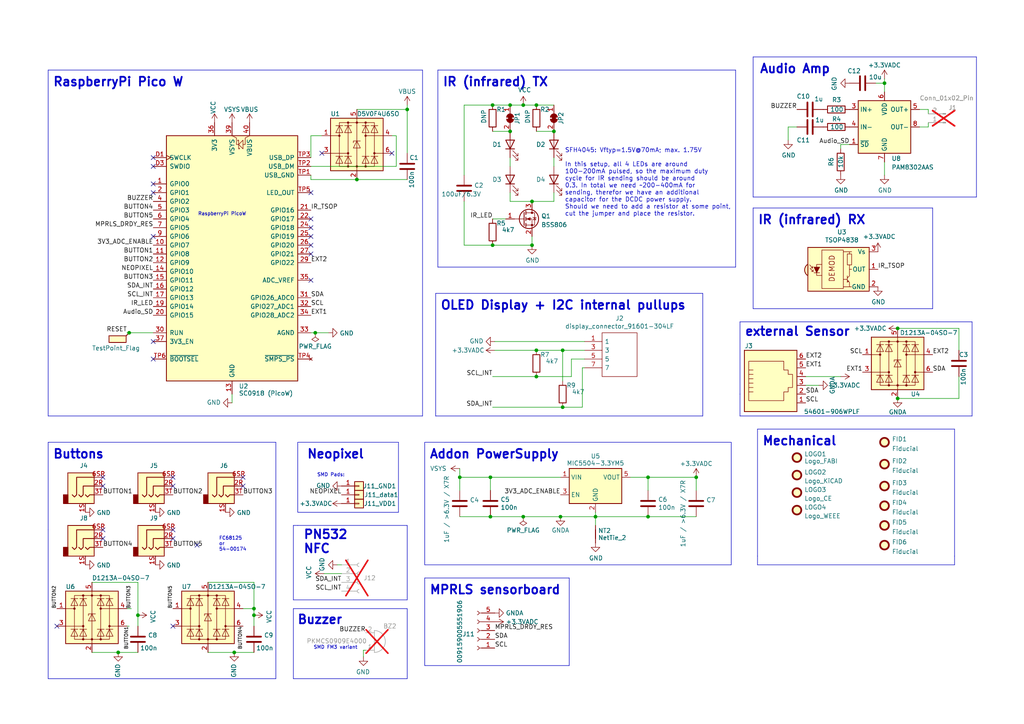
<source format=kicad_sch>
(kicad_sch (version 20231120) (generator "eeschema") (generator_version "8.0")
  (paper "A4")
  (title_block (title "FABI3 PCB (PicoW) with 5 jack plugs") (date "2023-08-23") (rev "v3.1") (company "AsTeRICS Foundation") (comment 1 "www.asterics-foundation.org") (comment 2 "Benjamin Aigner"))
  (junction (at 133.35 138.43))
  (junction (at 67.945 189.23))
  (junction (at 151.765 149.86))
  (junction (at 162.56 149.86))
  (junction (at 260.35 115.57))
  (junction (at 118.11 31.75))
  (junction (at 73.66 178.435))
  (junction (at 163.195 101.6))
  (junction (at 142.875 71.12))
  (junction (at 147.955 30.48))
  (junction (at 73.66 176.53))
  (junction (at 142.875 30.48))
  (junction (at 256.54 24.13))
  (junction (at 91.44 96.52))
  (junction (at 187.96 138.43))
  (junction (at 155.575 101.6))
  (junction (at 142.24 138.43))
  (junction (at 142.24 149.86))
  (junction (at 155.575 109.22))
  (junction (at 155.575 30.48))
  (junction (at 103.505 52.07))
  (junction (at 187.96 149.86))
  (junction (at 160.655 38.1))
  (junction (at 154.305 58.42))
  (junction (at 154.305 71.12))
  (junction (at 40.005 178.435))
  (junction (at 163.195 118.11))
  (junction (at 260.35 95.25))
  (junction (at 147.955 38.1))
  (junction (at 37.465 96.52))
  (junction (at 34.29 189.23))
  (junction (at 201.93 138.43))
  (junction (at 172.72 149.86))
  (junction (at 151.765 30.48))
  (no_connect (at 50.165 181.61))
  (no_connect (at 50.165 153.67))
  (no_connect (at 50.165 140.97))
  (no_connect (at 70.485 138.43))
  (no_connect (at 90.17 63.5))
  (no_connect (at 29.845 140.97))
  (no_connect (at 29.845 156.21))
  (no_connect (at 57.15 158.115))
  (no_connect (at 44.45 55.88))
  (no_connect (at 90.17 71.12))
  (no_connect (at 44.45 48.26))
  (no_connect (at 93.345 44.45))
  (no_connect (at 44.45 99.06))
  (no_connect (at 29.845 153.67))
  (no_connect (at 90.17 68.58))
  (no_connect (at 90.17 81.28))
  (no_connect (at 70.485 140.97))
  (no_connect (at 90.17 73.66))
  (no_connect (at 50.165 138.43))
  (no_connect (at 44.45 68.58))
  (no_connect (at 44.45 45.72))
  (no_connect (at 44.45 104.14))
  (no_connect (at 44.45 53.34))
  (no_connect (at 29.845 138.43))
  (no_connect (at 90.17 55.88))
  (no_connect (at 90.17 66.04))
  (no_connect (at 16.51 181.61))
  (no_connect (at 113.665 44.45))
  (no_connect (at 50.165 156.21))
  (wire (pts (xy 133.35 135.89) (xy 133.35 138.43)))
  (polyline (pts (xy 218.44 16.51) (xy 218.44 57.15)))
  (polyline (pts (xy 13.97 20.32) (xy 122.555 20.32)))
  (polyline (pts (xy 86.36 128.27) (xy 115.57 128.27)))
  (wire (pts (xy 133.35 149.86) (xy 142.24 149.86)))
  (polyline (pts (xy 219.71 124.46) (xy 276.86 124.46)))
  (wire (pts (xy 269.24 36.83) (xy 269.24 35.56)))
  (wire (pts (xy 67.31 114.3) (xy 67.31 116.84)))
  (wire (pts (xy 201.93 138.43) (xy 201.93 142.24)))
  (wire (pts (xy 154.305 58.42) (xy 160.655 58.42)))
  (wire (pts (xy 278.13 101.6) (xy 278.13 95.25)))
  (wire (pts (xy 142.875 109.22) (xy 155.575 109.22)))
  (wire (pts (xy 90.17 39.37) (xy 93.345 39.37)))
  (polyline (pts (xy 127 20.32) (xy 213.36 20.32)))
  (polyline (pts (xy 118.11 176.53) (xy 118.11 196.85)))
  (polyline (pts (xy 118.11 173.99) (xy 85.09 173.99)))
  (wire (pts (xy 155.575 30.48) (xy 160.655 30.48)))
  (wire (pts (xy 90.17 50.8) (xy 90.17 52.07)))
  (wire (pts (xy 256.54 24.13) (xy 256.54 26.67)))
  (polyline (pts (xy 118.11 152.4) (xy 118.11 173.99)))
  (wire (pts (xy 26.67 168.91) (xy 40.005 168.91)))
  (polyline (pts (xy 118.11 196.85) (xy 85.09 196.85)))
  (wire (pts (xy 168.91 106.68) (xy 169.545 106.68)))
  (polyline (pts (xy 203.835 120.65) (xy 203.835 85.09)))
  (wire (pts (xy 133.35 138.43) (xy 133.35 142.24)))
  (wire (pts (xy 162.56 149.86) (xy 172.72 149.86)))
  (wire (pts (xy 243.84 41.91) (xy 243.84 43.18)))
  (wire (pts (xy 99.06 166.37) (xy 93.98 166.37)))
  (polyline (pts (xy 86.36 152.4) (xy 118.11 152.4)))
  (polyline (pts (xy 13.97 153.67) (xy 13.97 196.85)))
  (wire (pts (xy 163.195 101.6) (xy 163.195 110.49)))
  (wire (pts (xy 278.13 115.57) (xy 260.35 115.57)))
  (wire (pts (xy 256.54 50.8) (xy 256.54 46.99)))
  (wire (pts (xy 142.875 30.48) (xy 147.955 30.48)))
  (wire (pts (xy 26.67 189.23) (xy 34.29 189.23)))
  (polyline (pts (xy 271.78 93.345) (xy 214.63 93.345)))
  (polyline (pts (xy 218.44 57.15) (xy 283.21 57.15)))
  (wire (pts (xy 90.17 45.72) (xy 90.17 39.37)))
  (wire (pts (xy 172.72 149.86) (xy 172.72 152.4)))
  (wire (pts (xy 105.41 188.595) (xy 106.045 188.595)))
  (polyline (pts (xy 85.09 173.99) (xy 85.09 152.4)))
  (polyline (pts (xy 13.97 120.65) (xy 122.555 120.65)))
  (wire (pts (xy 160.655 58.42) (xy 160.655 55.88)))
  (wire (pts (xy 266.7 31.75) (xy 269.24 31.75)))
  (wire (pts (xy 134.62 71.12) (xy 142.875 71.12)))
  (wire (pts (xy 147.955 58.42) (xy 154.305 58.42)))
  (wire (pts (xy 266.7 36.83) (xy 269.24 36.83)))
  (wire (pts (xy 142.875 118.11) (xy 163.195 118.11)))
  (wire (pts (xy 187.96 138.43) (xy 201.93 138.43)))
  (polyline (pts (xy 219.71 161.29) (xy 219.71 161.29)))
  (wire (pts (xy 187.96 149.86) (xy 201.93 149.86)))
  (wire (pts (xy 114.935 48.26) (xy 114.935 39.37)))
  (wire (pts (xy 147.955 55.88) (xy 147.955 58.42)))
  (wire (pts (xy 142.24 149.86) (xy 151.765 149.86)))
  (polyline (pts (xy 123.19 167.64) (xy 165.1 167.64)))
  (wire (pts (xy 142.24 138.43) (xy 133.35 138.43)))
  (wire (pts (xy 60.325 168.91) (xy 73.66 168.91)))
  (polyline (pts (xy 219.71 124.46) (xy 219.71 163.83)))
  (polyline (pts (xy 122.555 20.32) (xy 122.555 120.65)))
  (wire (pts (xy 91.44 96.52) (xy 95.25 96.52)))
  (polyline (pts (xy 123.19 163.83) (xy 212.09 163.83)))
  (wire (pts (xy 163.195 118.11) (xy 168.91 118.11)))
  (wire (pts (xy 103.505 52.07) (xy 118.11 52.07)))
  (wire (pts (xy 114.935 39.37) (xy 113.665 39.37)))
  (wire (pts (xy 169.545 99.06) (xy 143.51 99.06)))
  (polyline (pts (xy 115.57 128.27) (xy 115.57 148.59)))
  (polyline (pts (xy 13.97 128.27) (xy 41.91 128.27)))
  (wire (pts (xy 228.6 36.83) (xy 228.6 40.64)))
  (wire (pts (xy 60.325 189.23) (xy 67.945 189.23)))
  (polyline (pts (xy 80.01 196.85) (xy 80.01 128.27)))
  (polyline (pts (xy 123.19 128.27) (xy 123.19 163.83)))
  (wire (pts (xy 37.465 96.52) (xy 44.45 96.52)))
  (wire (pts (xy 233.68 109.22) (xy 243.84 109.22)))
  (wire (pts (xy 160.655 48.26) (xy 160.655 45.72)))
  (polyline (pts (xy 13.97 120.65) (xy 13.97 20.32)))
  (wire (pts (xy 154.305 71.12) (xy 154.305 68.58)))
  (polyline (pts (xy 85.09 176.53) (xy 118.11 176.53)))
  (polyline (pts (xy 123.19 167.64) (xy 123.19 193.04)))
  (wire (pts (xy 90.17 52.07) (xy 103.505 52.07)))
  (wire (pts (xy 187.96 138.43) (xy 187.96 142.24)))
  (wire (pts (xy 134.62 30.48) (xy 142.875 30.48)))
  (polyline (pts (xy 276.86 124.46) (xy 276.86 161.29)))
  (wire (pts (xy 246.38 41.91) (xy 243.84 41.91)))
  (wire (pts (xy 73.66 168.91) (xy 73.66 176.53)))
  (polyline (pts (xy 213.36 20.32) (xy 213.36 77.47)))
  (polyline (pts (xy 218.44 60.325) (xy 218.44 89.535)))
  (wire (pts (xy 90.17 96.52) (xy 91.44 96.52)))
  (wire (pts (xy 256.54 22.86) (xy 256.54 24.13)))
  (wire (pts (xy 165.735 109.22) (xy 165.735 104.14)))
  (polyline (pts (xy 126.365 120.65) (xy 126.365 120.65)))
  (polyline (pts (xy 13.97 128.27) (xy 13.97 153.67)))
  (wire (pts (xy 233.68 111.76) (xy 237.49 111.76)))
  (wire (pts (xy 142.875 63.5) (xy 146.685 63.5)))
  (wire (pts (xy 143.51 101.6) (xy 155.575 101.6)))
  (wire (pts (xy 67.945 189.23) (xy 73.66 189.23)))
  (wire (pts (xy 155.575 109.22) (xy 165.735 109.22)))
  (wire (pts (xy 40.005 178.435) (xy 40.005 181.61)))
  (polyline (pts (xy 276.86 161.29) (xy 276.86 163.83)))
  (polyline (pts (xy 270.51 89.535) (xy 270.51 60.325)))
  (wire (pts (xy 172.72 149.86) (xy 187.96 149.86)))
  (wire (pts (xy 163.195 101.6) (xy 169.545 101.6)))
  (wire (pts (xy 162.56 138.43) (xy 142.24 138.43)))
  (wire (pts (xy 134.62 58.42) (xy 134.62 71.12)))
  (polyline (pts (xy 115.57 148.59) (xy 86.36 148.59)))
  (wire (pts (xy 142.24 138.43) (xy 142.24 142.24)))
  (polyline (pts (xy 214.63 120.65) (xy 281.94 120.65)))
  (wire (pts (xy 118.11 30.48) (xy 118.11 31.75)))
  (wire (pts (xy 168.91 118.11) (xy 168.91 106.68)))
  (wire (pts (xy 134.62 50.8) (xy 134.62 30.48)))
  (polyline (pts (xy 126.365 85.09) (xy 203.835 85.09)))
  (wire (pts (xy 151.765 30.48) (xy 155.575 30.48)))
  (polyline (pts (xy 281.94 120.65) (xy 281.94 93.345)))
  (polyline (pts (xy 283.21 57.15) (xy 283.21 16.51)))
  (polyline (pts (xy 13.97 196.85) (xy 80.01 196.85)))
  (wire (pts (xy 142.875 38.1) (xy 147.955 38.1)))
  (polyline (pts (xy 214.63 93.345) (xy 214.63 114.3)))
  (polyline (pts (xy 86.36 128.27) (xy 86.36 143.51)))
  (polyline (pts (xy 85.09 152.4) (xy 86.36 152.4)))
  (polyline (pts (xy 123.19 128.27) (xy 212.09 128.27)))
  (polyline (pts (xy 123.19 193.04) (xy 165.1 193.04)))
  (wire (pts (xy 36.83 96.52) (xy 37.465 96.52)))
  (wire (pts (xy 90.17 48.26) (xy 114.935 48.26)))
  (wire (pts (xy 105.41 190.5) (xy 105.41 188.595)))
  (polyline (pts (xy 86.36 143.51) (xy 86.36 148.59)))
  (wire (pts (xy 70.485 176.53) (xy 73.66 176.53)))
  (wire (pts (xy 73.66 178.435) (xy 73.66 181.61)))
  (wire (pts (xy 231.14 36.83) (xy 228.6 36.83)))
  (polyline (pts (xy 85.09 176.53) (xy 85.09 196.85)))
  (wire (pts (xy 254 24.13) (xy 256.54 24.13)))
  (wire (pts (xy 36.83 181.61) (xy 37.465 181.61)))
  (polyline (pts (xy 213.36 77.47) (xy 127 77.47)))
  (polyline (pts (xy 212.09 128.27) (xy 212.09 163.83)))
  (wire (pts (xy 103.505 31.75) (xy 118.11 31.75)))
  (wire (pts (xy 278.13 109.22) (xy 278.13 115.57)))
  (polyline (pts (xy 214.63 114.3) (xy 214.63 120.65)))
  (wire (pts (xy 182.88 138.43) (xy 187.96 138.43)))
  (wire (pts (xy 99.06 163.83) (xy 97.79 163.83)))
  (wire (pts (xy 155.575 38.1) (xy 160.655 38.1)))
  (polyline (pts (xy 218.44 16.51) (xy 283.21 16.51)))
  (wire (pts (xy 269.24 31.75) (xy 269.24 33.02)))
  (wire (pts (xy 73.66 176.53) (xy 73.66 178.435)))
  (polyline (pts (xy 276.86 163.83) (xy 219.71 163.83)))
  (polyline (pts (xy 127 77.47) (xy 127 20.32)))
  (wire (pts (xy 147.955 30.48) (xy 151.765 30.48)))
  (polyline (pts (xy 165.1 167.64) (xy 165.1 193.04)))
  (wire (pts (xy 147.955 45.72) (xy 147.955 48.26)))
  (polyline (pts (xy 80.01 128.27) (xy 41.91 128.27)))
  (wire (pts (xy 40.005 168.91) (xy 40.005 178.435)))
  (wire (pts (xy 34.29 189.23) (xy 40.005 189.23)))
  (polyline (pts (xy 126.365 85.09) (xy 126.365 120.65)))
  (wire (pts (xy 38.1 176.53) (xy 36.83 176.53)))
  (wire (pts (xy 172.72 148.59) (xy 172.72 149.86)))
  (wire (pts (xy 142.875 71.12) (xy 154.305 71.12)))
  (polyline (pts (xy 126.365 120.65) (xy 203.835 120.65)))
  (polyline (pts (xy 281.94 93.345) (xy 271.78 93.345)))
  (polyline (pts (xy 218.44 89.535) (xy 270.51 89.535)))
  (wire (pts (xy 118.11 31.75) (xy 118.11 44.45)))
  (polyline (pts (xy 270.51 60.325) (xy 218.44 60.325)))
  (wire (pts (xy 278.13 95.25) (xy 260.35 95.25)))
  (wire (pts (xy 155.575 101.6) (xy 163.195 101.6)))
  (wire (pts (xy 165.735 104.14) (xy 169.545 104.14)))
  (wire (pts (xy 151.765 149.86) (xy 162.56 149.86)))
  (text "external Sensor" (at 215.9 97.79 0) (effects (font (size 2.54 2.54) (thickness 0.508) (bold yes)) (justify left bottom)))
  (text "PN532\nNFC" (at 87.884 160.782 0) (effects (font (size 2.54 2.54) (thickness 0.508) (bold yes)) (justify left bottom)))
  (text "IR (infrared) RX" (at 219.71 65.405 0) (effects (font (size 2.54 2.54) (thickness 0.508) (bold yes)) (justify left bottom)))
  (text "Mechanical" (at 220.98 129.54 0) (effects (font (size 2.54 2.54) (thickness 0.508) (bold yes)) (justify left bottom)))
  (text "Addon PowerSupply" (at 124.46 133.35 0) (effects (font (size 2.54 2.54) (thickness 0.508) (bold yes)) (justify left bottom)))
  (text "RaspberryPi PicoW" (at 57.404 62.738 0) (effects (font (size 0.9906 0.9906)) (justify left bottom)))
  (text "RaspberryPi Pico W" (at 15.24 25.4 0) (effects (font (size 2.54 2.54) (thickness 0.508) (bold yes)) (justify left bottom)))
  (text "Neopixel" (at 88.9 133.35 0) (effects (font (size 2.54 2.54) (thickness 0.508) (bold yes)) (justify left bottom)))
  (text "SFH4045: Vftyp=1.5V@70mA; max. 1.75V\n\nIn this setup, all 4 LEDs are around \n100-200mA pulsed, so the maximum duty \ncycle for IR sending should be around \n0.3. In total we need ~200-400mA for \nsending, therefor we have an additional \ncapacitor for the DCDC power supply.\nShould we need to add a resistor at some point,\ncut the jumper and place the resistor." (at 163.83 62.865 0) (effects (font (size 1.27 1.27)) (justify left bottom)))
  (text "MPRLS sensorboard" (at 124.46 172.72 0) (effects (font (size 2.54 2.54) (thickness 0.508) (bold yes)) (justify left bottom)))
  (text "SMD Pads:" (at 91.948 138.43 0) (effects (font (size 0.9906 0.9906)) (justify left bottom)))
  (text "Buzzer" (at 86.106 181.356 0) (effects (font (size 2.54 2.54) (thickness 0.508) (bold yes)) (justify left bottom)))
  (text "FC68125\nor\n54-00174" (at 63.5 160.02 0) (effects (font (size 0.9906 0.9906)) (justify left bottom)))
  (text "Buttons" (at 15.24 133.35 0) (effects (font (size 2.54 2.54) (thickness 0.508) (bold yes)) (justify left bottom)))
  (text "Audio Amp" (at 220.218 21.59 0) (effects (font (size 2.54 2.54) (thickness 0.508) (bold yes)) (justify left bottom)))
  (text "SMD FM3 variant" (at 90.932 188.468 0) (effects (font (size 0.9906 0.9906)) (justify left bottom)))
  (text "IR (infrared) TX" (at 128.27 25.4 0) (effects (font (size 2.54 2.54) (thickness 0.508) (bold yes)) (justify left bottom)))
  (text "OLED Display + I2C internal pullups" (at 127.635 90.17 0) (effects (font (size 2.54 2.54) (thickness 0.508) (bold yes)) (justify left bottom)))
  (label "BUZZER" (at 106.045 183.515 180))
  (label "SDA_INT" (at 44.45 83.82 180))
  (label "3V3_ADC_ENABLE" (at 44.45 71.12 180))
  (label "SCL" (at 90.17 88.9 0))
  (label "SCL_INT" (at 142.875 109.22 180))
  (label "BUTTON2" (at 16.51 176.53 90) (effects (font (size 0.9906 0.9906))))
  (label "NEOPIXEL" (at 99.06 143.51 180))
  (label "BUTTON3" (at 44.45 81.28 180))
  (label "Audio_SD" (at 44.45 91.44 180))
  (label "NEOPIXEL" (at 44.45 78.74 180))
  (label "EXT1" (at 90.17 91.44 0))
  (label "BUTTON2" (at 50.165 143.51 0))
  (label "EXT2" (at 90.17 76.2 0))
  (label "BUTTON3" (at 70.485 143.51 0))
  (label "SDA" (at 143.51 185.42 0))
  (label "IR_LED" (at 44.45 88.9 180))
  (label "SCL_INT" (at 99.06 171.45 180))
  (label "BUTTON4" (at 70.485 181.61 270) (effects (font (size 0.9906 0.9906))))
  (label "SCL" (at 143.51 187.96 0))
  (label "IR_LED" (at 142.875 63.5 180))
  (label "Audio_SD" (at 246.38 41.91 180))
  (label "SDA_INT" (at 99.06 168.91 180))
  (label "BUTTON1" (at 29.845 143.51 0))
  (label "EXT2" (at 233.68 104.14 0))
  (label "BUTTON5" (at 50.165 176.53 90) (effects (font (size 0.9906 0.9906))))
  (label "BUZZER" (at 44.45 58.42 180))
  (label "SDA_INT" (at 142.875 118.11 180))
  (label "EXT1" (at 233.68 106.68 0))
  (label "SCL_INT" (at 44.45 86.36 180))
  (label "BUZZER" (at 231.14 31.75 180))
  (label "EXT2" (at 270.51 102.87 0))
  (label "BUTTON1" (at 44.45 73.66 180))
  (label "3V3_ADC_ENABLE" (at 162.56 143.51 180))
  (label "SDA" (at 90.17 86.36 0))
  (label "SCL" (at 250.19 102.87 180))
  (label "BUTTON3" (at 38.1 176.53 90) (effects (font (size 0.9906 0.9906))))
  (label "RESET" (at 36.83 96.52 180))
  (label "IR_TSOP" (at 254.635 78.105 0))
  (label "BUTTON4" (at 44.45 60.96 180))
  (label "BUTTON5" (at 44.45 63.5 180))
  (label "EXT1" (at 250.19 107.95 180))
  (label "BUTTON4" (at 29.845 158.75 0))
  (label "MPRLS_DRDY_RES" (at 44.45 66.04 180))
  (label "IR_TSOP" (at 90.17 60.96 0))
  (label "BUTTON5" (at 50.165 158.75 0))
  (label "SDA" (at 233.68 114.3 0))
  (label "BUTTON1" (at 37.465 181.61 270) (effects (font (size 0.9906 0.9906))))
  (label "SDA" (at 270.51 107.95 0))
  (label "MPRLS_DRDY_RES" (at 143.51 182.88 0))
  (label "SCL" (at 233.68 116.84 0))
  (label "BUTTON2" (at 44.45 76.2 180))
  (symbol (lib_id "power:GND") (at 24.765 148.59 90) (mirror x) (unit 1)
    (property "Reference" "#PWR024" (effects (hide yes)))
    (property "Value" "GND" (at 28.0162 148.717 90) (effects (justify right)))
  )
  (symbol (lib_id "power:VCC") (at 143.51 101.6 90) (mirror x) (unit 1)
    (property "Reference" "#PWR015" (effects (hide yes)))
    (property "Value" "+3.3VADC" (at 135.763 101.6 90))
  )
  (symbol (lib_id "power:GND") (at 143.51 99.06 270) (mirror x) (unit 1)
    (property "Reference" "#PWR014" (effects (hide yes)))
    (property "Value" "GND" (at 140.2588 98.933 90) (effects (justify right)))
  )
  (symbol (lib_id "Connector_Generic:Conn_01x01") (at 104.14 140.97 0) (unit 1) (in_bom no)
    (property "Reference" "J11_GND1" (at 114.935 140.97 0) (effects (justify right)))
    (property "Value" "Conn_01x01_Male" (effects (hide yes)))
    (property "Footprint" "FABI:SolderWirePad_1x01_SMD_1x2mm_NOPASTE" (effects (hide yes)))
  )
  (symbol (lib_id "power:GND") (at 99.06 140.97 270) (mirror x) (unit 1)
    (property "Reference" "#PWR028" (effects (hide yes)))
    (property "Value" "GND" (at 95.8088 140.843 90) (effects (justify right)))
  )
  (symbol (lib_id "Connector_Generic:Conn_01x01") (at 104.14 143.51 0) (unit 1) (in_bom no)
    (property "Reference" "J11_data1" (at 115.57 143.51 0) (effects (justify right)))
    (property "Value" "Conn_01x01_Male" (effects (hide yes)))
    (property "Footprint" "FABI:SolderWirePad_1x01_SMD_1x2mm_NOPASTE" (effects (hide yes)))
  )
  (symbol (lib_id "Connector_Generic:Conn_01x01") (at 104.14 146.05 0) (unit 1) (in_bom no)
    (property "Reference" "J11_VDD1" (at 114.935 146.05 0) (effects (justify right)))
    (property "Value" "Conn_01x01_Male" (effects (hide yes)))
    (property "Footprint" "FABI:SolderWirePad_1x01_SMD_1x2mm_NOPASTE" (effects (hide yes)))
  )
  (symbol (lib_id "FABI_customLib:dispaly_connector_91601-304LF") (at 169.545 99.06 0) (unit 1) (in_bom no)
    (property "Reference" "J2" (at 179.705 92.329 0))
    (property "Value" "display_connector_91601-304LF" (at 179.705 94.6404 0))
    (property "Footprint" "FABI:91601304LF" (effects (hide yes)))
    (property "Datasheet" "http://www.mouser.com/datasheet/2/18/91601-1289404.pdf" (effects (hide yes)))
    (property "Height" "8" (effects (hide yes)))
    (property "Mouser Part Number" "649-91601-304LF" (effects (hide yes)))
    (property "Mouser Price/Stock" "https://www.mouser.com/Search/Refine.aspx?Keyword=649-91601-304LF" (effects (hide yes)))
    (property "Manufacturer_Name" "Amphenol" (effects (hide yes)))
    (property "Manufacturer_Part_Number" "91601-304LF" (effects (hide yes)))
    (property "RS" "https://at.rs-online.com/web/p/leiterplatten-buchsen/6737405/" (effects (hide yes)))
    (property "RS-Nr" "673-7405" (effects (hide yes)))
  )
  (symbol (lib_id "FABI_customLib:AudioJack3_Ground") (at 24.765 140.97 0) (unit 1)
    (property "Reference" "J4" (at 24.3078 135.0518 0))
    (property "Value" "54-00174 / FC68125" (effects (hide yes)))
    (property "Footprint" "FABI:FC68125" (effects (hide yes)))
    (property "Datasheet" "https://docs.rs-online.com/db52/0900766b812d152e.pdf" (effects (hide yes)))
    (property "RS" "https://at.rs-online.com/web/p/klinken-steckerbuchsen/8051655/" (effects (hide yes)))
    (property "RS-Nr" "805-1655" (effects (hide yes)))
    (property "Digikey" "839-54-00174CT-ND" (effects (hide yes)))
  )
  (symbol (lib_id "Interface_Optical:TSOP41xx") (at 244.475 78.105 0) (unit 1)
    (property "Reference" "U3" (at 244.1702 67.31 0))
    (property "Value" "TSOP4838" (at 244.1702 69.6214 0))
    (property "Footprint" "OptoDevice:Vishay_MOLD-3Pin" (effects (hide yes)))
    (property "Datasheet" "http://www.vishay.com/docs/82460/tsop45.pdf" (effects (hide yes)))
    (property "Farnell" "4913190" (effects (hide yes)))
    (property "RS Components" "708-5115 (or 90pcs: 919-0014)" (effects (hide yes)))
    (property "Digikey" "TSOP4838-ND" (effects (hide yes)))
    (property "Mouser" "782-TSOP4838" (effects (hide yes)))
  )
  (symbol (lib_id "Connector:Conn_01x05_Socket") (at 138.43 182.88 180) (unit 1)
    (property "Reference" "J11" (at 137.7188 183.904 0) (effects (justify left)))
    (property "Value" "009159005551906" (at 133.35 173.99 90) (effects (justify left)))
    (property "Footprint" "FLipMouse:009159005551906" (effects (hide yes)))
    (property "Digikey" "478-8739-1-ND" (effects (hide yes)))
    (property "Farnell" "2373966" (effects (hide yes)))
    (property "Mouser" " 581-009159005551906" (effects (hide yes)))
    (property "RS Components" "--" (effects (hide yes)))
  )
  (symbol (lib_id "power:VCC") (at 62.23 35.56 0) (mirror y) (unit 1)
    (property "Reference" "#PWR04" (effects (hide yes)))
    (property "Value" "VCC" (at 61.849 31.1658 90))
  )
  (symbol (lib_id "power:VBUS") (at 118.11 30.48 0) (unit 1)
    (property "Reference" "#PWR01" (effects (hide yes)))
    (property "Value" "VBUS" (at 118.11 26.535 0))
  )
  (symbol (lib_id "power:GND") (at 256.54 50.8 0) (unit 1)
    (property "Reference" "#PWR03" (effects (hide yes)))
    (property "Value" "GND" (at 256.667 55.1942 0))
  )
  (symbol (lib_id "power:GNDA") (at 143.51 177.8 90) (unit 1)
    (property "Reference" "#PWR035" (effects (hide yes)))
    (property "Value" "GNDA" (at 146.685 177.8 90) (effects (justify right)))
  )
  (symbol (lib_id "Device:C") (at 118.11 48.26 0) (unit 1)
    (property "Reference" "C1" (at 118.745 45.72 0) (effects (justify left)))
    (property "Value" "100n" (at 119.38 54.61 90) (effects (justify left)))
    (property "Footprint" "Capacitor_SMD:C_0603_1608Metric" (effects (hide yes)))
    (property "Digikey" "1276-CL10B104KB8NNNLCT-ND" (effects (hide yes)))
    (property "Farnell" "3013409" (effects (hide yes)))
    (property "Mouser" "581-06035C104K4" (effects (hide yes)))
    (property "RS Components" "200-6519" (effects (hide yes)))
  )
  (symbol (lib_id "Power_Protection:WE-TVS-824015043") (at 60.325 179.07 0) (unit 1)
    (property "Reference" "U7" (at 52.705 170.18 0) (effects (justify left)))
    (property "Value" "D1213A-04SO-7" (at 60.325 170.18 0) (effects (justify left)))
    (property "Footprint" "Package_TO_SOT_SMD:SC-74-6_1.55x2.9mm_P0.95mm" (effects (hide yes)))
    (property "Datasheet" "https://www.we-online.com/components/products/datasheet/824015043.pdf" (effects (hide yes)))
    (property "Digikey" "D1213A-04SO-7DICT-ND" (effects (hide yes)))
  )
  (symbol (lib_id "Device:C") (at 142.24 146.05 0) (unit 1)
    (property "Reference" "C5" (at 145.161 144.8816 0) (effects (justify left)))
    (property "Value" "100n" (at 145.161 147.193 0) (effects (justify left)))
    (property "Footprint" "Capacitor_SMD:C_0603_1608Metric" (effects (hide yes)))
    (property "Digikey" "1276-CL10B104KB8NNNLCT-ND" (effects (hide yes)))
    (property "Farnell" "3013409" (effects (hide yes)))
    (property "Mouser" "581-06035C104K4" (effects (hide yes)))
    (property "RS Components" "200-6519" (effects (hide yes)))
  )
  (symbol (lib_id "Device:R") (at 142.875 67.31 180) (unit 1)
    (property "Reference" "R5" (at 146.685 64.77 0) (effects (justify left)))
    (property "Value" "4k7" (at 149.225 66.675 0) (effects (justify left)))
    (property "Footprint" "Resistor_SMD:R_0603_1608Metric" (effects (hide yes)))
    (property "Farnell" "3994558" (effects (hide yes)))
    (property "Digikey" "1292-WR06X472JTLCT-ND" (effects (hide yes)))
    (property "RS Components" "199-5594" (effects (hide yes)))
    (property "Mouser" "756-WCR0603-4K7FI" (effects (hide yes)))
  )
  (symbol (lib_id "Jumper:SolderJumper_2_Bridged") (at 147.955 34.29 270) (unit 1) (in_bom no)
    (property "Reference" "JP1" (at 150.0068 34.29 0))
    (property "Value" "SolderJumper_2_Bridged" (effects (hide yes)))
    (property "Footprint" "Jumper:SolderJumper-2_P1.3mm_Bridged_RoundedPad1.0x1.5mm" (effects (hide yes)))
    (property "Digikey" "DNP" (effects (hide yes)))
    (property "Farnell" "DNP" (effects (hide yes)))
    (property "Mouser" "DNP" (effects (hide yes)))
    (property "RS Components" "DNP" (effects (hide yes)))
  )
  (symbol (lib_id "Connector:Conn_01x02_Pin") (at 274.32 35.56 180) (unit 1) (dnp yes)
    (property "Reference" "J1" (at 275.082 31.242 0) (effects (justify right)))
    (property "Value" "Conn_01x02_Pin" (at 266.7 28.448 0) (effects (justify right)))
    (property "Footprint" "Connector_PinSocket_2.54mm:PinSocket_1x02_P2.54mm_Vertical" (effects (hide yes)))
    (property "Description" "Generic connector, single row, 01x02, script generated" (effects (hide yes)))
  )
  (symbol (lib_id "power:GND") (at 67.945 189.23 0) (mirror y) (unit 1)
    (property "Reference" "#PWR040" (effects (hide yes)))
    (property "Value" "GND" (at 67.818 192.4812 90) (effects (justify right)))
  )
  (symbol (lib_id "Mechanical:Fiducial") (at 256.54 128.27 0) (unit 1) (in_bom no)
    (property "Reference" "FID1" (at 258.699 127.3615 0) (effects (justify left)))
    (property "Value" "Fiducial" (at 258.699 130.1366 0) (effects (justify left)))
    (property "Footprint" "Fiducial:Fiducial_0.5mm_Mask1mm" (effects (hide yes)))
    (property "Digikey" "DNP" (effects (hide yes)))
    (property "Farnell" "DNP" (effects (hide yes)))
    (property "Mouser" "DNP" (effects (hide yes)))
    (property "RS Components" "DNP" (effects (hide yes)))
  )
  (symbol (lib_id "Mechanical:Fiducial") (at 231.14 147.955 0) (unit 1) (in_bom no)
    (property "Reference" "LOGO4" (at 233.299 147.1203 0) (effects (justify left)))
    (property "Value" "Logo_WEEE" (at 233.299 149.6572 0) (effects (justify left)))
    (property "Footprint" "Symbol:WEEE-Logo_5.6x8mm_SilkScreen" (effects (hide yes)))
    (property "Digikey" "DNP" (effects (hide yes)))
    (property "Farnell" "DNP" (effects (hide yes)))
    (property "Mouser" "DNP" (effects (hide yes)))
    (property "RS Components" "DNP" (effects (hide yes)))
  )
  (symbol (lib_id "Device:NetTie_2") (at 172.72 154.94 90) (unit 1) (in_bom no)
    (property "Reference" "NT2" (at 173.482 153.916 90) (effects (justify right)))
    (property "Value" "NetTie_2" (at 173.482 155.964 90) (effects (justify right)))
    (property "Footprint" "NetTie:NetTie-2_SMD_Pad0.5mm" (effects (hide yes)))
    (property "Digikey" "DNP" (effects (hide yes)))
    (property "Farnell" "DNP" (effects (hide yes)))
    (property "Mouser" "DNP" (effects (hide yes)))
    (property "RS Components" "DNP" (effects (hide yes)))
  )
  (symbol (lib_id "Amplifier_Audio:PAM8302AAS") (at 256.54 36.83 0) (unit 1)
    (property "Reference" "U8" (at 258.572 45.974 0) (effects (justify left)))
    (property "Value" "PAM8302AAS" (at 258.572 48.514 0) (effects (justify left)))
    (property "Footprint" "Package_SO:MSOP-8_3x3mm_P0.65mm" (effects (hide yes)))
    (property "Datasheet" "https://www.diodes.com/assets/Datasheets/PAM8302A.pdf" (effects (hide yes)))
    (property "Description" "2.5W Filterless Class-D Mono Audio Amplifier, MSOP-8" (effects (hide yes)))
    (property "Farnell" "3373819" (effects (hide yes)))
    (property "Digikey" "PAM8302AASCRDICT-ND" (effects (hide yes)))
    (property "Mouser" "621-PAM8302AASCR" (effects (hide yes)))
  )
  (symbol (lib_id "power:GNDA") (at 162.56 149.86 0) (unit 1)
    (property "Reference" "#PWR027" (effects (hide yes)))
    (property "Value" "GNDA" (at 162.56 153.805 0))
  )
  (symbol (lib_id "Device:C") (at 234.95 31.75 90) (unit 1)
    (property "Reference" "C10" (at 234.95 27.94 90) (effects (justify left)))
    (property "Value" "1u" (at 238.76 28.702 90) (effects (justify left)))
    (property "Footprint" "Capacitor_SMD:C_0603_1608Metric" (effects (hide yes)))
    (property "Digikey" "1276-1019-1-ND" (effects (hide yes)))
    (property "Farnell" "2112839" (effects (hide yes)))
    (property "Mouser" "80-C0603C105K4RAC" (effects (hide yes)))
    (property "RS Components" "184-3726" (effects (hide yes)))
  )
  (symbol (lib_id "Power_Protection:WE-TVS-824015043") (at 260.35 105.41 0) (unit 1)
    (property "Reference" "U4" (at 264.16 114.3 0) (effects (justify left)))
    (property "Value" "D1213A-04SO-7" (at 260.985 96.52 0) (effects (justify left)))
    (property "Footprint" "Package_TO_SOT_SMD:SC-74-6_1.55x2.9mm_P0.95mm" (effects (hide yes)))
    (property "Datasheet" "https://www.we-online.com/components/products/datasheet/824015043.pdf" (effects (hide yes)))
    (property "Digikey" "D1213A-04SO-7DICT-ND" (effects (hide yes)))
  )
  (symbol (lib_id "power:+3.3VADC") (at 256.54 22.86 0) (unit 1)
    (property "Reference" "#PWR023" (effects (hide yes)))
    (property "Value" "+3.3VADC" (at 256.54 18.915 0))
  )
  (symbol (lib_id "Device:R") (at 142.875 34.29 180) (unit 1) (in_bom no)
    (property "Reference" "R1" (at 146.685 31.75 0) (effects (justify left)))
    (property "Value" "DNP" (at 140.335 31.75 90) (effects (justify left)))
    (property "Footprint" "Resistor_SMD:R_0603_1608Metric" (effects (hide yes)))
    (property "Farnell" "3994558" (effects (hide yes)))
    (property "Digikey" "1292-WR06X472JTLCT-ND" (effects (hide yes)))
    (property "RS Components" "199-5594" (effects (hide yes)))
    (property "Mouser" "756-WCR0603-4K7FI" (effects (hide yes)))
  )
  (symbol (lib_id "power:GNDA") (at 237.49 111.76 90) (unit 1)
    (property "Reference" "#PWR017" (effects (hide yes)))
    (property "Value" "GNDA" (at 241.435 111.76 0))
  )
  (symbol (lib_id "Device:Buzzer") (at 108.585 186.055 0) (mirror x) (unit 1) (dnp yes)
    (property "Reference" "BZ2" (at 111.125 181.61 0) (effects (justify left)))
    (property "Value" "PKMCS0909E4000" (at 88.9 185.928 0) (effects (justify left)))
    (property "Footprint" "Buzzer_Beeper:Buzzer_Murata_PKMCS0909E" (effects (hide yes)))
    (property "Digikey" "490-9647-1-ND" (effects (hide yes)))
    (property "Farnell" "2529461" (effects (hide yes)))
    (property "Mouser" "81-PKMCS0909E4000-R1" (effects (hide yes)))
    (property "RS Components" "901-0898" (effects (hide yes)))
  )
  (symbol (lib_id "power:+3.3VADC") (at 243.84 109.22 270) (unit 1)
    (property "Reference" "#PWR016" (effects (hide yes)))
    (property "Value" "+3.3VADC" (at 240.03 111.76 90) (effects (justify left)))
  )
  (symbol (lib_id "Device:R") (at 155.575 34.29 180) (unit 1) (in_bom no)
    (property "Reference" "R2" (at 159.385 31.75 0) (effects (justify left)))
    (property "Value" "DNP" (at 153.035 31.75 90) (effects (justify left)))
    (property "Footprint" "Resistor_SMD:R_0603_1608Metric" (effects (hide yes)))
    (property "Farnell" "3994558" (effects (hide yes)))
    (property "Digikey" "1292-WR06X472JTLCT-ND" (effects (hide yes)))
    (property "RS Components" "199-5594" (effects (hide yes)))
    (property "Mouser" "756-WCR0603-4K7FI" (effects (hide yes)))
  )
  (symbol (lib_id "Device:LED") (at 147.955 41.91 90) (unit 1)
    (property "Reference" "D1" (at 144.145 41.91 90))
    (property "Value" "SFH4045" (effects (hide yes)))
    (property "Footprint" "FLipMouse:SFH4045N" (effects (hide yes)))
    (property "Digikey" "475-3047-1-ND" (effects (hide yes)))
    (property "Farnell" "2981752" (effects (hide yes)))
    (property "Mouser" "720-SFH4045N" (effects (hide yes)))
    (property "RS Components" "876-8729" (effects (hide yes)))
  )
  (symbol (lib_id "Device:C") (at 278.13 105.41 0) (unit 1)
    (property "Reference" "C3" (at 278.13 102.87 0) (effects (justify left)))
    (property "Value" "100n" (at 279.4 111.76 90) (effects (justify left)))
    (property "Footprint" "Capacitor_SMD:C_0603_1608Metric" (effects (hide yes)))
    (property "Digikey" "1276-CL10B104KB8NNNLCT-ND" (effects (hide yes)))
    (property "Farnell" "3013409" (effects (hide yes)))
    (property "Mouser" "581-06035C104K4" (effects (hide yes)))
    (property "RS Components" "200-6519" (effects (hide yes)))
  )
  (symbol (lib_id "Device:C") (at 134.62 54.61 0) (unit 1)
    (property "Reference" "C2" (at 137.541 53.7753 0) (effects (justify left)))
    (property "Value" "100uF/6.3V" (at 128.016 56.3122 0) (effects (justify left)))
    (property "Footprint" "Capacitor_SMD:C_1210_3225Metric" (effects (hide yes)))
    (property "Digikey" "1276-1092-1-ND" (effects (hide yes)))
    (property "Farnell" "3778295" (effects (hide yes)))
    (property "Mouser" "187-CL32A107MQVNNNE" (effects (hide yes)))
    (property "RS Components" "766-1166" (effects (hide yes)))
  )
  (symbol (lib_id "power:+3.3VADC") (at 201.93 138.43 0) (unit 1)
    (property "Reference" "#PWR021" (effects (hide yes)))
    (property "Value" "+3.3VADC" (at 201.93 134.485 0))
  )
  (symbol (lib_id "Device:LED") (at 160.655 52.07 90) (unit 1)
    (property "Reference" "D4" (at 156.845 52.07 90))
    (property "Value" "SFH4045" (effects (hide yes)))
    (property "Footprint" "FLipMouse:SFH4045N" (effects (hide yes)))
    (property "Farnell" "2981752" (effects (hide yes)))
    (property "RS Components" "876-8729" (effects (hide yes)))
    (property "Digikey" "475-3047-1-ND" (effects (hide yes)))
    (property "Mouser" "720-SFH4045N" (effects (hide yes)))
  )
  (symbol (lib_id "Device:R") (at 155.575 105.41 180) (unit 1)
    (property "Reference" "R7" (at 159.385 102.87 0) (effects (justify left)))
    (property "Value" "4k7" (at 161.925 104.775 0) (effects (justify left)))
    (property "Footprint" "Resistor_SMD:R_0603_1608Metric" (effects (hide yes)))
    (property "Farnell" "3994558" (effects (hide yes)))
    (property "Digikey" "1292-WR06X472JTLCT-ND" (effects (hide yes)))
    (property "RS Components" "199-5594" (effects (hide yes)))
    (property "Mouser" "756-WCR0603-4K7FI" (effects (hide yes)))
  )
  (symbol (lib_id "power:GND") (at 243.84 50.8 0) (unit 1)
    (property "Reference" "#PWR08" (effects (hide yes)))
    (property "Value" "GND" (at 243.967 55.1942 0))
  )
  (symbol (lib_id "Device:C") (at 201.93 146.05 0) (unit 1)
    (property "Reference" "C7" (at 204.851 145.026 0) (effects (justify left)))
    (property "Value" "1uF / >6.3V / X7R" (at 198.12 158.75 90) (effects (justify left)))
    (property "Footprint" "Capacitor_SMD:C_0603_1608Metric" (effects (hide yes)))
    (property "Digikey" "1276-1019-1-ND" (effects (hide yes)))
    (property "Farnell" "2112839" (effects (hide yes)))
    (property "Mouser" "80-C0603C105K4RAC" (effects (hide yes)))
    (property "RS Components" "184-3726" (effects (hide yes)))
  )
  (symbol (lib_id "power:GNDA") (at 260.35 115.57 0) (unit 1)
    (property "Reference" "#PWR018" (effects (hide yes)))
    (property "Value" "GNDA" (at 260.35 119.515 0))
  )
  (symbol (lib_id "FABI_customLib:AudioJack3_Ground") (at 45.085 156.21 0) (unit 1)
    (property "Reference" "J9" (at 44.6278 150.2918 0))
    (property "Value" "54-00174 / FC68125" (effects (hide yes)))
    (property "Footprint" "FABI:FC68125" (effects (hide yes)))
    (property "Datasheet" "https://docs.rs-online.com/db52/0900766b812d152e.pdf" (effects (hide yes)))
    (property "RS" "https://at.rs-online.com/web/p/klinken-steckerbuchsen/8051655/" (effects (hide yes)))
    (property "RS-Nr" "805-1655" (effects (hide yes)))
    (property "Digikey" "839-54-00174CT-ND" (effects (hide yes)))
  )
  (symbol (lib_id "Transistor_FET:BSS138") (at 151.765 63.5 0) (unit 1)
    (property "Reference" "Q1" (at 156.972 62.6653 0) (effects (justify left)))
    (property "Value" "BSS806" (at 156.972 65.2022 0) (effects (justify left)))
    (property "Footprint" "Package_TO_SOT_SMD:SOT-23" (effects (hide yes)))
    (property "Datasheet" "https://www.onsemi.com/pub/Collateral/BSS138-D.PDF" (effects (hide yes)))
    (property "Digikey" "BSS806NH6327XTSA1CT-ND" (effects (hide yes)))
    (property "Farnell" "2443469" (effects (hide yes)))
    (property "Mouser" "726-BSS806NH6327XT" (effects (hide yes)))
    (property "RS Components" "827-0109 (250pcs!)" (effects (hide yes)))
  )
  (symbol (lib_id "power:PWR_FLAG") (at 91.44 96.52 180) (unit 1)
    (property "Reference" "#FLG01" (effects (hide yes)))
    (property "Value" "PWR_FLAG" (at 91.44 100.465 0))
  )
  (symbol (lib_id "power:GND") (at 228.6 40.64 0) (unit 1)
    (property "Reference" "#PWR022" (effects (hide yes)))
    (property "Value" "GND" (at 228.727 45.0342 0))
  )
  (symbol (lib_id "Device:R") (at 243.84 46.99 0) (unit 1)
    (property "Reference" "R6" (at 241.046 48.26 90) (effects (justify left)))
    (property "Value" "10k" (at 243.84 48.768 90) (effects (justify left)))
    (property "Footprint" "Resistor_SMD:R_0603_1608Metric" (effects (hide yes)))
    (property "Farnell" "2616584" (effects (hide yes)))
    (property "Digikey" "541-2204-1-ND" (effects (hide yes)))
    (property "RS Components" "188-5836 " (effects (hide yes)))
    (property "Mouser" "71-RCA060310K0FKEA" (effects (hide yes)))
  )
  (symbol (lib_id "Device:LED") (at 147.955 52.07 90) (unit 1)
    (property "Reference" "D3" (at 144.145 52.07 90))
    (property "Value" "SFH4045" (effects (hide yes)))
    (property "Footprint" "FLipMouse:SFH4045N" (effects (hide yes)))
    (property "Digikey" "475-3047-1-ND" (effects (hide yes)))
    (property "Farnell" "2981752" (effects (hide yes)))
    (property "Mouser" "720-SFH4045N" (effects (hide yes)))
    (property "RS Components" "876-8729" (effects (hide yes)))
  )
  (symbol (lib_id "Mechanical:Fiducial") (at 256.54 140.97 0) (unit 1) (in_bom no)
    (property "Reference" "FID3" (at 258.699 140.0615 0) (effects (justify left)))
    (property "Value" "Fiducial" (at 258.699 142.8366 0) (effects (justify left)))
    (property "Footprint" "Fiducial:Fiducial_0.5mm_Mask1mm" (effects (hide yes)))
    (property "Digikey" "DNP" (effects (hide yes)))
    (property "Farnell" "DNP" (effects (hide yes)))
    (property "Mouser" "DNP" (effects (hide yes)))
    (property "RS Components" "DNP" (effects (hide yes)))
  )
  (symbol (lib_id "MCU_Module_RaspberryPi_Pico:RaspberryPi_Pico_W_SecondaryPins") (at 67.31 76.2 0) (unit 1)
    (property "Reference" "U2" (at 69.2659 112.022 0) (effects (justify left)))
    (property "Value" "SC0918 (PicoW)" (at 69.2659 114.07 0) (effects (justify left)))
    (property "Footprint" "Module_RaspberryPi_Pico:RaspberryPi_Pico_W_SMD" (effects (hide yes)))
    (property "Datasheet" "https://datasheets.raspberrypi.com/picow/pico-w-datasheet.pdf" (effects (hide yes)))
    (property "Digikey" "2648-SC0918CT-ND" (effects (hide yes)))
  )
  (symbol (lib_id "power:VBUS") (at 99.06 146.05 90) (unit 1)
    (property "Reference" "#PWR030" (effects (hide yes)))
    (property "Value" "+3.3VADC" (at 86.868 146.05 90) (effects (justify right)))
  )
  (symbol (lib_id "power:VBUS") (at 72.39 35.56 0) (unit 1)
    (property "Reference" "#PWR05" (effects (hide yes)))
    (property "Value" "VBUS" (at 72.39 31.75 0))
  )
  (symbol (lib_id "power:PWR_FLAG") (at 151.765 149.86 180) (unit 1)
    (property "Reference" "#FLG02" (effects (hide yes)))
    (property "Value" "PWR_FLAG" (at 151.765 153.805 0))
  )
  (symbol (lib_id "power:GND") (at 105.41 190.5 0) (mirror y) (unit 1)
    (property "Reference" "#PWR07" (effects (hide yes)))
    (property "Value" "GND" (at 105.283 194.8942 0))
  )
  (symbol (lib_id "Device:LED") (at 160.655 41.91 90) (unit 1)
    (property "Reference" "D2" (at 156.845 41.91 90))
    (property "Value" "SFH4045" (effects (hide yes)))
    (property "Footprint" "FLipMouse:SFH4045N" (effects (hide yes)))
    (property "Farnell" "2981752" (effects (hide yes)))
    (property "RS Components" "876-8729" (effects (hide yes)))
    (property "Digikey" "475-3047-1-ND" (effects (hide yes)))
    (property "Mouser" "720-SFH4045N" (effects (hide yes)))
  )
  (symbol (lib_id "Device:R") (at 242.57 36.83 270) (unit 1)
    (property "Reference" "R4" (at 241.3 34.544 90) (effects (justify left)))
    (property "Value" "100" (at 240.792 36.83 90) (effects (justify left)))
    (property "Footprint" "Resistor_SMD:R_0603_1608Metric" (effects (hide yes)))
    (property "Farnell" "3994558" (effects (hide yes)))
    (property "Digikey" "P100HCT-ND " (effects (hide yes)))
    (property "RS Components" "125-1172" (effects (hide yes)))
  )
  (symbol (lib_id "Device:R") (at 242.57 31.75 270) (unit 1)
    (property "Reference" "R3" (at 241.3 28.956 90) (effects (justify left)))
    (property "Value" "100" (at 240.792 31.75 90) (effects (justify left)))
    (property "Footprint" "Resistor_SMD:R_0603_1608Metric" (effects (hide yes)))
    (property "Farnell" "3994558" (effects (hide yes)))
    (property "Digikey" "P100HCT-ND " (effects (hide yes)))
    (property "RS Components" "125-1172" (effects (hide yes)))
  )
  (symbol (lib_id "power:VCC") (at 151.765 30.48 0) (unit 1)
    (property "Reference" "#PWR02" (effects (hide yes)))
    (property "Value" "VCC" (at 152.146 26.0858 0))
  )
  (symbol (lib_id "FABI_customLib:AudioJack3_Ground") (at 65.405 140.97 0) (unit 1)
    (property "Reference" "J6" (at 64.9478 135.0518 0))
    (property "Value" "54-00174 / FC68125" (effects (hide yes)))
    (property "Footprint" "FABI:FC68125" (effects (hide yes)))
    (property "Datasheet" "https://docs.rs-online.com/db52/0900766b812d152e.pdf" (effects (hide yes)))
    (property "RS" "https://at.rs-online.com/web/p/klinken-steckerbuchsen/8051655/" (effects (hide yes)))
    (property "RS-Nr" "805-1655" (effects (hide yes)))
    (property "Digikey" "839-54-00174CT-ND" (effects (hide yes)))
  )
  (symbol (lib_id "Mechanical:Fiducial") (at 256.54 158.115 0) (unit 1) (in_bom no)
    (property "Reference" "FID6" (at 258.699 157.2065 0) (effects (justify left)))
    (property "Value" "Fiducial" (at 258.699 159.9816 0) (effects (justify left)))
    (property "Footprint" "Fiducial:Fiducial_0.5mm_Mask1mm" (effects (hide yes)))
    (property "Digikey" "DNP" (effects (hide yes)))
    (property "Farnell" "DNP" (effects (hide yes)))
    (property "Mouser" "DNP" (effects (hide yes)))
    (property "RS Components" "DNP" (effects (hide yes)))
  )
  (symbol (lib_id "power:GND") (at 34.29 189.23 0) (mirror y) (unit 1)
    (property "Reference" "#PWR039" (effects (hide yes)))
    (property "Value" "GND" (at 34.163 192.4812 90) (effects (justify right)))
  )
  (symbol (lib_id "Device:C") (at 133.35 146.05 0) (unit 1)
    (property "Reference" "C4" (at 136.271 145.026 0) (effects (justify left)))
    (property "Value" "1uF / >6.3V / X7R" (at 129.54 157.48 90) (effects (justify left)))
    (property "Footprint" "Capacitor_SMD:C_0603_1608Metric" (effects (hide yes)))
    (property "Digikey" "1276-1019-1-ND" (effects (hide yes)))
    (property "Farnell" "2112839" (effects (hide yes)))
    (property "Mouser" "80-C0603C105K4RAC" (effects (hide yes)))
    (property "RS Components" "184-3726" (effects (hide yes)))
  )
  (symbol (lib_id "power:GND") (at 45.085 148.59 90) (mirror x) (unit 1)
    (property "Reference" "#PWR025" (effects (hide yes)))
    (property "Value" "GND" (at 48.3362 148.717 90) (effects (justify right)))
  )
  (symbol (lib_id "power:GND") (at 172.72 157.48 0) (unit 1)
    (property "Reference" "#PWR029" (effects (hide yes)))
    (property "Value" "GND" (at 172.847 161.8742 0))
  )
  (symbol (lib_id "power:+3.3VADC") (at 260.35 95.25 90) (unit 1)
    (property "Reference" "#PWR012" (effects (hide yes)))
    (property "Value" "+3.3VADC" (at 257.175 95.25 90) (effects (justify left)))
  )
  (symbol (lib_id "Jumper:SolderJumper_2_Bridged") (at 160.655 34.29 270) (unit 1) (in_bom no)
    (property "Reference" "JP2" (at 162.7068 34.29 0))
    (property "Value" "SolderJumper_2_Bridged" (effects (hide yes)))
    (property "Footprint" "Jumper:SolderJumper-2_P1.3mm_Bridged_RoundedPad1.0x1.5mm" (effects (hide yes)))
    (property "Digikey" "DNP" (effects (hide yes)))
    (property "Farnell" "DNP" (effects (hide yes)))
    (property "Mouser" "DNP" (effects (hide yes)))
    (property "RS Components" "DNP" (effects (hide yes)))
  )
  (symbol (lib_id "power:GND") (at 24.765 163.83 90) (mirror x) (unit 1)
    (property "Reference" "#PWR031" (effects (hide yes)))
    (property "Value" "GND" (at 28.0162 163.957 90) (effects (justify right)))
  )
  (symbol (lib_id "Device:C") (at 40.005 185.42 0) (unit 1)
    (property "Reference" "C8" (at 42.926 184.2516 0) (effects (justify left)))
    (property "Value" "100n" (at 40.64 187.96 0) (effects (justify left)))
    (property "Footprint" "Capacitor_SMD:C_0603_1608Metric" (effects (hide yes)))
    (property "Digikey" "1276-CL10B104KB8NNNLCT-ND" (effects (hide yes)))
    (property "Farnell" "3013409" (effects (hide yes)))
    (property "Mouser" "581-06035C104K4" (effects (hide yes)))
    (property "RS Components" "200-6519" (effects (hide yes)))
  )
  (symbol (lib_id "FABI_customLib:AudioJack3_Ground") (at 45.085 140.97 0) (unit 1)
    (property "Reference" "J5" (at 44.6278 135.0518 0))
    (property "Value" "54-00174 / FC68125" (effects (hide yes)))
    (property "Footprint" "FABI:FC68125" (effects (hide yes)))
    (property "Datasheet" "https://docs.rs-online.com/db52/0900766b812d152e.pdf" (effects (hide yes)))
    (property "RS" "https://at.rs-online.com/web/p/klinken-steckerbuchsen/8051655/" (effects (hide yes)))
    (property "RS-Nr" "805-1655" (effects (hide yes)))
    (property "Digikey" "839-54-00174CT-ND" (effects (hide yes)))
  )
  (symbol (lib_id "Connector:Conn_01x04_Socket") (at 104.14 166.37 0) (unit 1) (in_bom no) (dnp yes)
    (property "Reference" "J12" (at 105.41 167.6399 0) (effects (justify left)))
    (property "Value" "Conn_01x04_Socket" (effects (hide yes)))
    (property "Footprint" "Connector_PinSocket_2.54mm:PinSocket_1x04_P2.54mm_Vertical" (effects (hide yes)))
    (property "Description" "Generic connector, single row, 01x04, script generated" (effects (hide yes)))
  )
  (symbol (lib_id "Mechanical:Fiducial") (at 231.14 132.715 0) (unit 1) (in_bom no)
    (property "Reference" "LOGO1" (at 233.299 131.691 0) (effects (justify left)))
    (property "Value" "Logo_FABI" (at 233.299 133.739 0) (effects (justify left)))
    (property "Footprint" "FABI:FABI_Logo_s" (effects (hide yes)))
    (property "Digikey" "DNP" (effects (hide yes)))
    (property "Farnell" "DNP" (effects (hide yes)))
    (property "Mouser" "DNP" (effects (hide yes)))
    (property "RS Components" "DNP" (effects (hide yes)))
  )
  (symbol (lib_id "Mechanical:Fiducial") (at 231.14 142.875 0) (unit 1) (in_bom no)
    (property "Reference" "LOGO3" (at 233.299 142.0403 0) (effects (justify left)))
    (property "Value" "Logo_CE" (at 233.299 144.5772 0) (effects (justify left)))
    (property "Footprint" "Symbol:CE-Logo_8.5x6mm_SilkScreen" (effects (hide yes)))
    (property "Digikey" "DNP" (effects (hide yes)))
    (property "Farnell" "DNP" (effects (hide yes)))
    (property "Mouser" "DNP" (effects (hide yes)))
    (property "RS Components" "DNP" (effects (hide yes)))
  )
  (symbol (lib_id "power:GND") (at 67.31 116.84 270) (mirror x) (unit 1)
    (property "Reference" "#PWR019" (effects (hide yes)))
    (property "Value" "GND" (at 64.0588 116.713 90) (effects (justify right)))
  )
  (symbol (lib_id "Mechanical:Fiducial") (at 256.54 152.4 0) (unit 1) (in_bom no)
    (property "Reference" "FID5" (at 258.699 151.4915 0) (effects (justify left)))
    (property "Value" "Fiducial" (at 258.699 154.2666 0) (effects (justify left)))
    (property "Footprint" "Fiducial:Fiducial_0.5mm_Mask1mm" (effects (hide yes)))
    (property "Digikey" "DNP" (effects (hide yes)))
    (property "Farnell" "DNP" (effects (hide yes)))
    (property "Mouser" "DNP" (effects (hide yes)))
    (property "RS Components" "DNP" (effects (hide yes)))
  )
  (symbol (lib_id "Connector:TestPoint_Flag") (at 37.465 96.52 180) (unit 1) (in_bom no) (on_board no)
    (property "Reference" "TP1" (effects (hide yes)))
    (property "Value" "TestPoint_Flag" (at 26.67 100.965 0) (effects (justify right)))
  )
  (symbol (lib_id "Regulator_Linear:MIC5504-3.3YM5") (at 172.72 140.97 0) (unit 1)
    (property "Reference" "U5" (at 172.72 132.31 0))
    (property "Value" "MIC5504-3.3YM5" (at 172.72 134.358 0))
    (property "Footprint" "Package_TO_SOT_SMD:SOT-23-5" (effects (hide yes)))
    (property "Datasheet" "http://ww1.microchip.com/downloads/en/DeviceDoc/MIC550X.pdf" (effects (hide yes)))
    (property "Digikey" "576-4764-1-ND" (effects (hide yes)))
    (property "Farnell" "2510377" (effects (hide yes)))
    (property "Mouser" " 998-MIC5504-3.3YM5TR " (effects (hide yes)))
    (property "RS Components" "911-3332" (effects (hide yes)))
  )
  (symbol (lib_id "power:VCC") (at 73.66 178.435 270) (unit 1)
    (property "Reference" "#PWR034" (effects (hide yes)))
    (property "Value" "VCC" (at 78.0542 178.816 0))
  )
  (symbol (lib_id "Mechanical:Fiducial") (at 256.54 146.685 0) (unit 1) (in_bom no)
    (property "Reference" "FID4" (at 258.699 145.7765 0) (effects (justify left)))
    (property "Value" "Fiducial" (at 258.699 148.5516 0) (effects (justify left)))
    (property "Footprint" "Fiducial:Fiducial_0.5mm_Mask1mm" (effects (hide yes)))
    (property "Digikey" "DNP" (effects (hide yes)))
    (property "Farnell" "DNP" (effects (hide yes)))
    (property "Mouser" "DNP" (effects (hide yes)))
    (property "RS Components" "DNP" (effects (hide yes)))
  )
  (symbol (lib_id "power:GND") (at 45.085 163.83 90) (mirror x) (unit 1)
    (property "Reference" "#PWR032" (effects (hide yes)))
    (property "Value" "GND" (at 48.3362 163.957 90) (effects (justify right)))
  )
  (symbol (lib_id "power:VBUS") (at 133.35 135.89 90) (unit 1)
    (property "Reference" "#PWR020" (effects (hide yes)))
    (property "Value" "VSYS" (at 129.54 135.8899 90) (effects (justify left)))
  )
  (symbol (lib_id "power:+3.3VADC") (at 143.51 180.34 270) (unit 1)
    (property "Reference" "#PWR037" (effects (hide yes)))
    (property "Value" "+3.3VADC" (at 146.685 180.34 90) (effects (justify left)))
  )
  (symbol (lib_id "Power_Protection:WE-TVS-824015043") (at 26.67 179.07 0) (unit 1)
    (property "Reference" "U6" (at 19.05 170.18 0) (effects (justify left)))
    (property "Value" "D1213A-04SO-7" (at 26.67 167.64 0) (effects (justify left)))
    (property "Footprint" "Package_TO_SOT_SMD:SC-74-6_1.55x2.9mm_P0.95mm" (effects (hide yes)))
    (property "Datasheet" "https://www.we-online.com/components/products/datasheet/824015043.pdf" (effects (hide yes)))
    (property "Digikey" "D1213A-04SO-7DICT-ND" (effects (hide yes)))
  )
  (symbol (lib_id "Device:C") (at 73.66 185.42 0) (unit 1)
    (property "Reference" "C9" (at 76.581 184.2516 0) (effects (justify left)))
    (property "Value" "100n" (at 74.295 187.96 0) (effects (justify left)))
    (property "Footprint" "Capacitor_SMD:C_0603_1608Metric" (effects (hide yes)))
    (property "Digikey" "1276-CL10B104KB8NNNLCT-ND" (effects (hide yes)))
    (property "Farnell" "3013409" (effects (hide yes)))
    (property "Mouser" "581-06035C104K4" (effects (hide yes)))
    (property "RS Components" "200-6519" (effects (hide yes)))
  )
  (symbol (lib_id "power:VCC") (at 40.005 178.435 270) (unit 1)
    (property "Reference" "#PWR033" (effects (hide yes)))
    (property "Value" "VCC" (at 44.3992 178.816 0))
  )
  (symbol (lib_id "power:GND") (at 97.79 163.83 270) (mirror x) (unit 1)
    (property "Reference" "#PWR06" (effects (hide yes)))
    (property "Value" "GND" (at 93.3958 163.703 0))
  )
  (symbol (lib_id "power:VBUS") (at 67.31 35.56 0) (unit 1)
    (property "Reference" "#PWR038" (effects (hide yes)))
    (property "Value" "VSYS" (at 67.31 31.75 0))
  )
  (symbol (lib_id "power:VCC") (at 254.635 73.025 0) (unit 1)
    (property "Reference" "#PWR010" (effects (hide yes)))
    (property "Value" "+3.3VADC" (at 255.016 68.6308 0))
  )
  (symbol (lib_id "FABI_customLib:AudioJack3_Ground") (at 24.765 156.21 0) (unit 1)
    (property "Reference" "J8" (at 24.3078 150.2918 0))
    (property "Value" "54-00174 / FC68125" (effects (hide yes)))
    (property "Footprint" "FABI:FC68125" (effects (hide yes)))
    (property "Datasheet" "https://docs.rs-online.com/db52/0900766b812d152e.pdf" (effects (hide yes)))
    (property "RS" "https://at.rs-online.com/web/p/klinken-steckerbuchsen/8051655/" (effects (hide yes)))
    (property "RS-Nr" "805-1655" (effects (hide yes)))
    (property "Digikey" "839-54-00174CT-ND" (effects (hide yes)))
  )
  (symbol (lib_id "power:GND") (at 154.305 71.12 0) (unit 1)
    (property "Reference" "#PWR09" (effects (hide yes)))
    (property "Value" "GND" (at 154.432 75.5142 0))
  )
  (symbol (lib_id "power:GND") (at 246.38 24.13 270) (unit 1)
    (property "Reference" "#PWR036" (effects (hide yes)))
    (property "Value" "GND" (at 241.9858 24.257 0))
  )
  (symbol (lib_id "power:VCC") (at 93.98 166.37 90) (unit 1)
    (property "Reference" "#PWR041" (effects (hide yes)))
    (property "Value" "VCC" (at 89.5858 165.989 0))
  )
  (symbol (lib_id "Device:C") (at 234.95 36.83 90) (unit 1)
    (property "Reference" "C11" (at 234.95 40.64 90) (effects (justify left)))
    (property "Value" "1u" (at 239.014 34.798 90) (effects (justify left)))
    (property "Footprint" "Capacitor_SMD:C_0603_1608Metric" (effects (hide yes)))
    (property "Digikey" "1276-1019-1-ND" (effects (hide yes)))
    (property "Farnell" "2112839" (effects (hide yes)))
    (property "Mouser" "80-C0603C105K4RAC" (effects (hide yes)))
    (property "RS Components" "184-3726" (effects (hide yes)))
  )
  (symbol (lib_id "power:GND") (at 95.25 96.52 90) (mirror x) (unit 1)
    (property "Reference" "#PWR013" (effects (hide yes)))
    (property "Value" "GND" (at 98.5012 96.647 90) (effects (justify right)))
  )
  (symbol (lib_id "Device:C") (at 250.19 24.13 90) (unit 1)
    (property "Reference" "C12" (at 249.682 20.574 90) (effects (justify left)))
    (property "Value" "10u" (at 255.778 22.352 90) (effects (justify left)))
    (property "Footprint" "Capacitor_SMD:C_0603_1608Metric" (effects (hide yes)))
    (property "Digikey" "478-KGM15CR50J106MTCT-ND" (effects (hide yes)))
    (property "Farnell" "1833804" (effects (hide yes)))
    (property "Mouser" "581-06036D106MAT2A" (effects (hide yes)))
    (property "RS Components" "135-8374" (effects (hide yes)))
  )
  (symbol (lib_id "power:GND") (at 254.635 83.185 0) (unit 1)
    (property "Reference" "#PWR011" (effects (hide yes)))
    (property "Value" "GND" (at 254.762 87.5792 0))
  )
  (symbol (lib_id "Mechanical:Fiducial") (at 256.54 134.62 0) (unit 1) (in_bom no)
    (property "Reference" "FID2" (at 258.699 133.7115 0) (effects (justify left)))
    (property "Value" "Fiducial" (at 258.699 136.4866 0) (effects (justify left)))
    (property "Footprint" "Fiducial:Fiducial_0.5mm_Mask1mm" (effects (hide yes)))
    (property "Digikey" "DNP" (effects (hide yes)))
    (property "Farnell" "DNP" (effects (hide yes)))
    (property "Mouser" "DNP" (effects (hide yes)))
    (property "RS Components" "DNP" (effects (hide yes)))
  )
  (symbol (lib_id "Mechanical:Fiducial") (at 231.14 137.795 0) (unit 1) (in_bom no)
    (property "Reference" "LOGO2" (at 233.299 136.9603 0) (effects (justify left)))
    (property "Value" "Logo_KiCAD" (at 233.299 139.4972 0) (effects (justify left)))
    (property "Footprint" "Symbol:KiCad-Logo_5mm_SilkScreen" (effects (hide yes)))
    (property "Digikey" "DNP" (effects (hide yes)))
    (property "Farnell" "DNP" (effects (hide yes)))
    (property "Mouser" "DNP" (effects (hide yes)))
    (property "RS Components" "DNP" (effects (hide yes)))
  )
  (symbol (lib_id "power:GND") (at 65.405 148.59 90) (mirror x) (unit 1)
    (property "Reference" "#PWR026" (effects (hide yes)))
    (property "Value" "GND" (at 68.6562 148.717 90) (effects (justify right)))
  )
  (symbol (lib_id "Power_Protection:WE-TVS-824015043") (at 103.505 41.91 0) (unit 1)
    (property "Reference" "U1" (at 95.885 33.02 0) (effects (justify left)))
    (property "Value" "D5V0F4U6SO" (at 103.505 33.02 0) (effects (justify left)))
    (property "Footprint" "Package_TO_SOT_SMD:SC-74-6_1.55x2.9mm_P0.95mm" (effects (hide yes)))
    (property "Datasheet" "https://www.we-online.com/components/products/datasheet/824015043.pdf" (effects (hide yes)))
    (property "Digikey" "D5V0F4U6SO-7DICT-ND" (effects (hide yes)))
  )
  (symbol (lib_id "Device:R") (at 163.195 114.3 180) (unit 1)
    (property "Reference" "R9" (at 167.005 111.76 0) (effects (justify left)))
    (property "Value" "4k7" (at 169.545 113.665 0) (effects (justify left)))
    (property "Footprint" "Resistor_SMD:R_0603_1608Metric" (effects (hide yes)))
    (property "Farnell" "3994558" (effects (hide yes)))
    (property "Digikey" "1292-WR06X472JTLCT-ND" (effects (hide yes)))
    (property "RS Components" "199-5594" (effects (hide yes)))
    (property "Mouser" "756-WCR0603-4K7FI" (effects (hide yes)))
  )
  (symbol (lib_id "Device:C") (at 187.96 146.05 0) (unit 1)
    (property "Reference" "C6" (at 190.881 144.8816 0) (effects (justify left)))
    (property "Value" "100n" (at 190.881 147.193 0) (effects (justify left)))
    (property "Footprint" "Capacitor_SMD:C_0603_1608Metric" (effects (hide yes)))
    (property "Digikey" "1276-CL10B104KB8NNNLCT-ND" (effects (hide yes)))
    (property "Farnell" "3013409" (effects (hide yes)))
    (property "Mouser" "581-06035C104K4" (effects (hide yes)))
    (property "RS Components" "200-6519" (effects (hide yes)))
  )
  (symbol (lib_id "Connector:RJ25") (at 223.52 111.76 0) (unit 1)
    (property "Reference" "J3" (at 217.17 100.33 0))
    (property "Value" "54601-906WPLF" (at 241.3 119.38 0))
    (property "Footprint" "Connector_RJ:RJ12_Amphenol_54601-x06_Horizontal" (effects (hide yes)))
    (property "Digikey" "609-4729-ND" (effects (hide yes)))
    (property "Farnell" "2135977" (effects (hide yes)))
    (property "Mouser" " 649-54601-906WPLF" (effects (hide yes)))
  )
)
</source>
